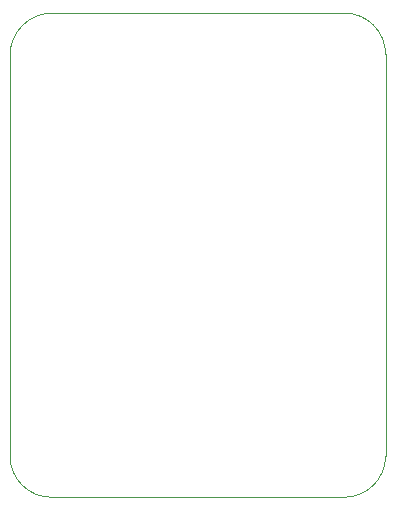
<source format=gbr>
%TF.GenerationSoftware,KiCad,Pcbnew,6.0.6+dfsg-1*%
%TF.CreationDate,2022-07-24T22:16:40+10:00*%
%TF.ProjectId,power-board,706f7765-722d-4626-9f61-72642e6b6963,rev?*%
%TF.SameCoordinates,Original*%
%TF.FileFunction,Profile,NP*%
%FSLAX46Y46*%
G04 Gerber Fmt 4.6, Leading zero omitted, Abs format (unit mm)*
G04 Created by KiCad (PCBNEW 6.0.6+dfsg-1) date 2022-07-24 22:16:40*
%MOMM*%
%LPD*%
G01*
G04 APERTURE LIST*
%TA.AperFunction,Profile*%
%ADD10C,0.100000*%
%TD*%
G04 APERTURE END LIST*
D10*
X160700000Y-93700000D02*
G75*
G03*
X164200000Y-90200000I0J3500000D01*
G01*
X164200000Y-90200000D02*
X164200000Y-56200000D01*
X160700000Y-52700000D02*
X136000000Y-52700000D01*
X135900000Y-93700000D02*
X160700000Y-93700000D01*
X132400000Y-90200000D02*
G75*
G03*
X135900000Y-93700000I3500000J0D01*
G01*
X132400000Y-56300000D02*
X132400000Y-90200000D01*
X136000000Y-52700000D02*
G75*
G03*
X132400000Y-56300000I0J-3600000D01*
G01*
X164200000Y-56200000D02*
G75*
G03*
X160700000Y-52700000I-3500000J0D01*
G01*
M02*

</source>
